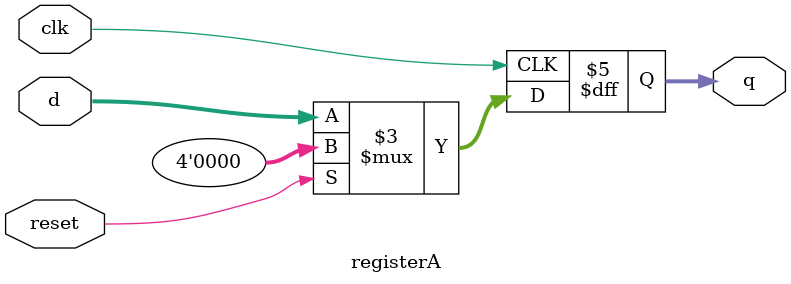
<source format=v>
`timescale 1ns / 1ps


module registerA(input clk, input reset, input[3:0]d, output reg [3:0] q);
    always@(posedge clk)
        if(reset) q <= 4'b0;
        else q <= d;
endmodule

</source>
